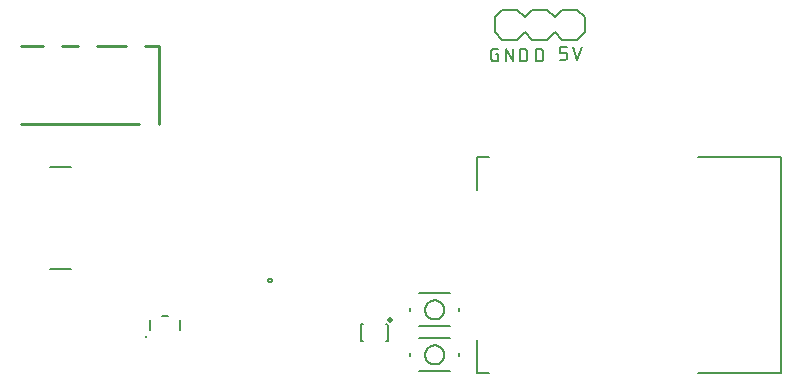
<source format=gto>
G75*
%MOIN*%
%OFA0B0*%
%FSLAX25Y25*%
%IPPOS*%
%LPD*%
%AMOC8*
5,1,8,0,0,1.08239X$1,22.5*
%
%ADD10C,0.00800*%
%ADD11C,0.02000*%
%ADD12C,0.00500*%
%ADD13C,0.01000*%
%ADD14C,0.00600*%
%ADD15C,0.01000*%
D10*
X0260000Y0058309D02*
X0260000Y0061691D01*
X0263943Y0062791D02*
X0266057Y0062791D01*
X0270000Y0061691D02*
X0270000Y0058309D01*
X0330600Y0060450D02*
X0330600Y0054550D01*
X0331150Y0054550D01*
X0338850Y0054550D02*
X0339400Y0054550D01*
X0339400Y0059950D01*
X0338850Y0060450D01*
X0331150Y0060450D02*
X0330600Y0060450D01*
X0346732Y0064488D02*
X0346732Y0065512D01*
X0349732Y0059488D02*
X0360268Y0059488D01*
X0360268Y0055512D02*
X0349732Y0055512D01*
X0346732Y0050512D02*
X0346732Y0049488D01*
X0349732Y0044488D02*
X0360268Y0044488D01*
X0368949Y0044067D02*
X0372992Y0044067D01*
X0368949Y0044067D02*
X0368949Y0055000D01*
X0363268Y0050512D02*
X0363268Y0049488D01*
X0363268Y0064488D02*
X0363268Y0065512D01*
X0360268Y0070512D02*
X0349732Y0070512D01*
X0368949Y0105000D02*
X0368949Y0115933D01*
X0372992Y0115933D01*
X0374833Y0147900D02*
X0376233Y0147900D01*
X0376233Y0150233D01*
X0375533Y0150233D01*
X0373900Y0151167D02*
X0373902Y0151228D01*
X0373908Y0151289D01*
X0373918Y0151349D01*
X0373932Y0151408D01*
X0373950Y0151467D01*
X0373971Y0151524D01*
X0373996Y0151580D01*
X0374025Y0151633D01*
X0374057Y0151685D01*
X0374093Y0151735D01*
X0374132Y0151782D01*
X0374173Y0151827D01*
X0374218Y0151868D01*
X0374265Y0151907D01*
X0374315Y0151943D01*
X0374366Y0151975D01*
X0374420Y0152004D01*
X0374476Y0152029D01*
X0374533Y0152050D01*
X0374592Y0152068D01*
X0374651Y0152082D01*
X0374711Y0152092D01*
X0374772Y0152098D01*
X0374833Y0152100D01*
X0376233Y0152100D01*
X0378700Y0152100D02*
X0381033Y0147900D01*
X0381033Y0152100D01*
X0378700Y0152100D02*
X0378700Y0147900D01*
X0374833Y0147900D02*
X0374774Y0147902D01*
X0374716Y0147907D01*
X0374658Y0147917D01*
X0374601Y0147929D01*
X0374545Y0147946D01*
X0374490Y0147966D01*
X0374436Y0147989D01*
X0374384Y0148015D01*
X0374333Y0148045D01*
X0374285Y0148078D01*
X0374238Y0148114D01*
X0374194Y0148153D01*
X0374153Y0148194D01*
X0374114Y0148238D01*
X0374078Y0148285D01*
X0374045Y0148333D01*
X0374015Y0148384D01*
X0373989Y0148436D01*
X0373966Y0148490D01*
X0373946Y0148545D01*
X0373929Y0148601D01*
X0373917Y0148658D01*
X0373907Y0148716D01*
X0373902Y0148774D01*
X0373900Y0148833D01*
X0373900Y0151167D01*
X0377500Y0155000D02*
X0382500Y0155000D01*
X0385000Y0157500D01*
X0387500Y0155000D01*
X0392500Y0155000D01*
X0395000Y0157500D01*
X0397500Y0155000D01*
X0402500Y0155000D01*
X0405000Y0157500D01*
X0405000Y0162500D01*
X0402500Y0165000D01*
X0397500Y0165000D01*
X0395000Y0162500D01*
X0392500Y0165000D01*
X0387500Y0165000D01*
X0385000Y0162500D01*
X0382500Y0165000D01*
X0377500Y0165000D01*
X0375000Y0162500D01*
X0375000Y0157500D01*
X0377500Y0155000D01*
X0383500Y0152100D02*
X0384667Y0152100D01*
X0384732Y0152098D01*
X0384798Y0152093D01*
X0384862Y0152084D01*
X0384927Y0152071D01*
X0384990Y0152054D01*
X0385052Y0152035D01*
X0385114Y0152011D01*
X0385173Y0151984D01*
X0385231Y0151954D01*
X0385288Y0151921D01*
X0385342Y0151885D01*
X0385395Y0151845D01*
X0385445Y0151803D01*
X0385492Y0151758D01*
X0385537Y0151711D01*
X0385579Y0151661D01*
X0385619Y0151608D01*
X0385655Y0151554D01*
X0385688Y0151497D01*
X0385718Y0151439D01*
X0385745Y0151380D01*
X0385769Y0151318D01*
X0385788Y0151256D01*
X0385805Y0151193D01*
X0385818Y0151128D01*
X0385827Y0151064D01*
X0385832Y0150998D01*
X0385834Y0150933D01*
X0385833Y0150933D02*
X0385833Y0149067D01*
X0385834Y0149067D02*
X0385832Y0149002D01*
X0385827Y0148936D01*
X0385818Y0148872D01*
X0385805Y0148807D01*
X0385788Y0148744D01*
X0385769Y0148682D01*
X0385745Y0148620D01*
X0385718Y0148561D01*
X0385688Y0148503D01*
X0385655Y0148446D01*
X0385619Y0148392D01*
X0385579Y0148339D01*
X0385537Y0148289D01*
X0385492Y0148242D01*
X0385445Y0148197D01*
X0385395Y0148155D01*
X0385342Y0148115D01*
X0385288Y0148079D01*
X0385231Y0148046D01*
X0385173Y0148016D01*
X0385114Y0147989D01*
X0385052Y0147965D01*
X0384990Y0147946D01*
X0384927Y0147929D01*
X0384862Y0147916D01*
X0384798Y0147907D01*
X0384732Y0147902D01*
X0384667Y0147900D01*
X0383500Y0147900D01*
X0383500Y0152100D01*
X0388900Y0152100D02*
X0390067Y0152100D01*
X0390132Y0152098D01*
X0390198Y0152093D01*
X0390262Y0152084D01*
X0390327Y0152071D01*
X0390390Y0152054D01*
X0390452Y0152035D01*
X0390514Y0152011D01*
X0390573Y0151984D01*
X0390631Y0151954D01*
X0390688Y0151921D01*
X0390742Y0151885D01*
X0390795Y0151845D01*
X0390845Y0151803D01*
X0390892Y0151758D01*
X0390937Y0151711D01*
X0390979Y0151661D01*
X0391019Y0151608D01*
X0391055Y0151554D01*
X0391088Y0151497D01*
X0391118Y0151439D01*
X0391145Y0151380D01*
X0391169Y0151318D01*
X0391188Y0151256D01*
X0391205Y0151193D01*
X0391218Y0151128D01*
X0391227Y0151064D01*
X0391232Y0150998D01*
X0391234Y0150933D01*
X0391233Y0150933D02*
X0391233Y0149067D01*
X0391234Y0149067D02*
X0391232Y0149002D01*
X0391227Y0148936D01*
X0391218Y0148872D01*
X0391205Y0148807D01*
X0391188Y0148744D01*
X0391169Y0148682D01*
X0391145Y0148620D01*
X0391118Y0148561D01*
X0391088Y0148503D01*
X0391055Y0148446D01*
X0391019Y0148392D01*
X0390979Y0148339D01*
X0390937Y0148289D01*
X0390892Y0148242D01*
X0390845Y0148197D01*
X0390795Y0148155D01*
X0390742Y0148115D01*
X0390688Y0148079D01*
X0390631Y0148046D01*
X0390573Y0148016D01*
X0390514Y0147989D01*
X0390452Y0147965D01*
X0390390Y0147946D01*
X0390327Y0147929D01*
X0390262Y0147916D01*
X0390198Y0147907D01*
X0390132Y0147902D01*
X0390067Y0147900D01*
X0388900Y0147900D01*
X0388900Y0152100D01*
X0396900Y0152600D02*
X0399233Y0152600D01*
X0401167Y0152600D02*
X0402567Y0148400D01*
X0403967Y0152600D01*
X0399233Y0149800D02*
X0399233Y0149333D01*
X0399231Y0149274D01*
X0399226Y0149216D01*
X0399216Y0149158D01*
X0399204Y0149101D01*
X0399187Y0149045D01*
X0399167Y0148990D01*
X0399144Y0148936D01*
X0399118Y0148884D01*
X0399088Y0148833D01*
X0399055Y0148785D01*
X0399019Y0148738D01*
X0398980Y0148694D01*
X0398939Y0148653D01*
X0398895Y0148614D01*
X0398848Y0148578D01*
X0398800Y0148545D01*
X0398749Y0148515D01*
X0398697Y0148489D01*
X0398643Y0148466D01*
X0398588Y0148446D01*
X0398532Y0148429D01*
X0398475Y0148417D01*
X0398417Y0148407D01*
X0398359Y0148402D01*
X0398300Y0148400D01*
X0396900Y0148400D01*
X0399233Y0149800D02*
X0399231Y0149859D01*
X0399226Y0149917D01*
X0399216Y0149975D01*
X0399204Y0150032D01*
X0399187Y0150088D01*
X0399167Y0150143D01*
X0399144Y0150197D01*
X0399118Y0150249D01*
X0399088Y0150300D01*
X0399055Y0150348D01*
X0399019Y0150395D01*
X0398980Y0150439D01*
X0398939Y0150480D01*
X0398895Y0150519D01*
X0398848Y0150555D01*
X0398800Y0150588D01*
X0398749Y0150618D01*
X0398697Y0150644D01*
X0398643Y0150667D01*
X0398588Y0150687D01*
X0398532Y0150704D01*
X0398475Y0150716D01*
X0398417Y0150726D01*
X0398359Y0150731D01*
X0398300Y0150733D01*
X0396900Y0150733D01*
X0396900Y0152600D01*
X0442720Y0115933D02*
X0470343Y0115933D01*
X0470343Y0044067D01*
X0442720Y0044067D01*
D11*
X0340250Y0061500D03*
D12*
X0351831Y0065000D02*
X0351833Y0065112D01*
X0351839Y0065225D01*
X0351849Y0065337D01*
X0351863Y0065448D01*
X0351881Y0065560D01*
X0351903Y0065670D01*
X0351928Y0065779D01*
X0351958Y0065888D01*
X0351991Y0065995D01*
X0352029Y0066101D01*
X0352070Y0066206D01*
X0352114Y0066309D01*
X0352162Y0066411D01*
X0352214Y0066511D01*
X0352270Y0066609D01*
X0352329Y0066705D01*
X0352391Y0066798D01*
X0352456Y0066890D01*
X0352525Y0066979D01*
X0352597Y0067066D01*
X0352672Y0067150D01*
X0352749Y0067231D01*
X0352830Y0067309D01*
X0352913Y0067385D01*
X0352999Y0067457D01*
X0353088Y0067527D01*
X0353178Y0067593D01*
X0353272Y0067656D01*
X0353367Y0067716D01*
X0353464Y0067772D01*
X0353564Y0067825D01*
X0353665Y0067874D01*
X0353768Y0067920D01*
X0353872Y0067962D01*
X0353978Y0068000D01*
X0354085Y0068034D01*
X0354193Y0068065D01*
X0354303Y0068091D01*
X0354413Y0068114D01*
X0354524Y0068133D01*
X0354635Y0068148D01*
X0354747Y0068159D01*
X0354859Y0068166D01*
X0354972Y0068169D01*
X0355084Y0068168D01*
X0355197Y0068163D01*
X0355309Y0068154D01*
X0355421Y0068141D01*
X0355532Y0068124D01*
X0355642Y0068103D01*
X0355752Y0068078D01*
X0355861Y0068050D01*
X0355969Y0068017D01*
X0356075Y0067981D01*
X0356180Y0067941D01*
X0356284Y0067897D01*
X0356386Y0067850D01*
X0356486Y0067799D01*
X0356584Y0067744D01*
X0356681Y0067686D01*
X0356775Y0067625D01*
X0356867Y0067560D01*
X0356957Y0067493D01*
X0357044Y0067422D01*
X0357129Y0067347D01*
X0357211Y0067270D01*
X0357290Y0067191D01*
X0357366Y0067108D01*
X0357440Y0067023D01*
X0357510Y0066935D01*
X0357577Y0066844D01*
X0357641Y0066752D01*
X0357701Y0066657D01*
X0357758Y0066560D01*
X0357812Y0066461D01*
X0357862Y0066360D01*
X0357909Y0066258D01*
X0357951Y0066154D01*
X0357991Y0066049D01*
X0358026Y0065942D01*
X0358057Y0065834D01*
X0358085Y0065725D01*
X0358109Y0065615D01*
X0358129Y0065504D01*
X0358145Y0065393D01*
X0358157Y0065281D01*
X0358165Y0065169D01*
X0358169Y0065056D01*
X0358169Y0064944D01*
X0358165Y0064831D01*
X0358157Y0064719D01*
X0358145Y0064607D01*
X0358129Y0064496D01*
X0358109Y0064385D01*
X0358085Y0064275D01*
X0358057Y0064166D01*
X0358026Y0064058D01*
X0357991Y0063951D01*
X0357951Y0063846D01*
X0357909Y0063742D01*
X0357862Y0063640D01*
X0357812Y0063539D01*
X0357758Y0063440D01*
X0357701Y0063343D01*
X0357641Y0063248D01*
X0357577Y0063156D01*
X0357510Y0063065D01*
X0357440Y0062977D01*
X0357366Y0062892D01*
X0357290Y0062809D01*
X0357211Y0062730D01*
X0357129Y0062653D01*
X0357044Y0062578D01*
X0356957Y0062507D01*
X0356867Y0062440D01*
X0356775Y0062375D01*
X0356681Y0062314D01*
X0356585Y0062256D01*
X0356486Y0062201D01*
X0356386Y0062150D01*
X0356284Y0062103D01*
X0356180Y0062059D01*
X0356075Y0062019D01*
X0355969Y0061983D01*
X0355861Y0061950D01*
X0355752Y0061922D01*
X0355642Y0061897D01*
X0355532Y0061876D01*
X0355421Y0061859D01*
X0355309Y0061846D01*
X0355197Y0061837D01*
X0355084Y0061832D01*
X0354972Y0061831D01*
X0354859Y0061834D01*
X0354747Y0061841D01*
X0354635Y0061852D01*
X0354524Y0061867D01*
X0354413Y0061886D01*
X0354303Y0061909D01*
X0354193Y0061935D01*
X0354085Y0061966D01*
X0353978Y0062000D01*
X0353872Y0062038D01*
X0353768Y0062080D01*
X0353665Y0062126D01*
X0353564Y0062175D01*
X0353464Y0062228D01*
X0353367Y0062284D01*
X0353272Y0062344D01*
X0353178Y0062407D01*
X0353088Y0062473D01*
X0352999Y0062543D01*
X0352913Y0062615D01*
X0352830Y0062691D01*
X0352749Y0062769D01*
X0352672Y0062850D01*
X0352597Y0062934D01*
X0352525Y0063021D01*
X0352456Y0063110D01*
X0352391Y0063202D01*
X0352329Y0063295D01*
X0352270Y0063391D01*
X0352214Y0063489D01*
X0352162Y0063589D01*
X0352114Y0063691D01*
X0352070Y0063794D01*
X0352029Y0063899D01*
X0351991Y0064005D01*
X0351958Y0064112D01*
X0351928Y0064221D01*
X0351903Y0064330D01*
X0351881Y0064440D01*
X0351863Y0064552D01*
X0351849Y0064663D01*
X0351839Y0064775D01*
X0351833Y0064888D01*
X0351831Y0065000D01*
X0351831Y0050000D02*
X0351833Y0050112D01*
X0351839Y0050225D01*
X0351849Y0050337D01*
X0351863Y0050448D01*
X0351881Y0050560D01*
X0351903Y0050670D01*
X0351928Y0050779D01*
X0351958Y0050888D01*
X0351991Y0050995D01*
X0352029Y0051101D01*
X0352070Y0051206D01*
X0352114Y0051309D01*
X0352162Y0051411D01*
X0352214Y0051511D01*
X0352270Y0051609D01*
X0352329Y0051705D01*
X0352391Y0051798D01*
X0352456Y0051890D01*
X0352525Y0051979D01*
X0352597Y0052066D01*
X0352672Y0052150D01*
X0352749Y0052231D01*
X0352830Y0052309D01*
X0352913Y0052385D01*
X0352999Y0052457D01*
X0353088Y0052527D01*
X0353178Y0052593D01*
X0353272Y0052656D01*
X0353367Y0052716D01*
X0353464Y0052772D01*
X0353564Y0052825D01*
X0353665Y0052874D01*
X0353768Y0052920D01*
X0353872Y0052962D01*
X0353978Y0053000D01*
X0354085Y0053034D01*
X0354193Y0053065D01*
X0354303Y0053091D01*
X0354413Y0053114D01*
X0354524Y0053133D01*
X0354635Y0053148D01*
X0354747Y0053159D01*
X0354859Y0053166D01*
X0354972Y0053169D01*
X0355084Y0053168D01*
X0355197Y0053163D01*
X0355309Y0053154D01*
X0355421Y0053141D01*
X0355532Y0053124D01*
X0355642Y0053103D01*
X0355752Y0053078D01*
X0355861Y0053050D01*
X0355969Y0053017D01*
X0356075Y0052981D01*
X0356180Y0052941D01*
X0356284Y0052897D01*
X0356386Y0052850D01*
X0356486Y0052799D01*
X0356584Y0052744D01*
X0356681Y0052686D01*
X0356775Y0052625D01*
X0356867Y0052560D01*
X0356957Y0052493D01*
X0357044Y0052422D01*
X0357129Y0052347D01*
X0357211Y0052270D01*
X0357290Y0052191D01*
X0357366Y0052108D01*
X0357440Y0052023D01*
X0357510Y0051935D01*
X0357577Y0051844D01*
X0357641Y0051752D01*
X0357701Y0051657D01*
X0357758Y0051560D01*
X0357812Y0051461D01*
X0357862Y0051360D01*
X0357909Y0051258D01*
X0357951Y0051154D01*
X0357991Y0051049D01*
X0358026Y0050942D01*
X0358057Y0050834D01*
X0358085Y0050725D01*
X0358109Y0050615D01*
X0358129Y0050504D01*
X0358145Y0050393D01*
X0358157Y0050281D01*
X0358165Y0050169D01*
X0358169Y0050056D01*
X0358169Y0049944D01*
X0358165Y0049831D01*
X0358157Y0049719D01*
X0358145Y0049607D01*
X0358129Y0049496D01*
X0358109Y0049385D01*
X0358085Y0049275D01*
X0358057Y0049166D01*
X0358026Y0049058D01*
X0357991Y0048951D01*
X0357951Y0048846D01*
X0357909Y0048742D01*
X0357862Y0048640D01*
X0357812Y0048539D01*
X0357758Y0048440D01*
X0357701Y0048343D01*
X0357641Y0048248D01*
X0357577Y0048156D01*
X0357510Y0048065D01*
X0357440Y0047977D01*
X0357366Y0047892D01*
X0357290Y0047809D01*
X0357211Y0047730D01*
X0357129Y0047653D01*
X0357044Y0047578D01*
X0356957Y0047507D01*
X0356867Y0047440D01*
X0356775Y0047375D01*
X0356681Y0047314D01*
X0356585Y0047256D01*
X0356486Y0047201D01*
X0356386Y0047150D01*
X0356284Y0047103D01*
X0356180Y0047059D01*
X0356075Y0047019D01*
X0355969Y0046983D01*
X0355861Y0046950D01*
X0355752Y0046922D01*
X0355642Y0046897D01*
X0355532Y0046876D01*
X0355421Y0046859D01*
X0355309Y0046846D01*
X0355197Y0046837D01*
X0355084Y0046832D01*
X0354972Y0046831D01*
X0354859Y0046834D01*
X0354747Y0046841D01*
X0354635Y0046852D01*
X0354524Y0046867D01*
X0354413Y0046886D01*
X0354303Y0046909D01*
X0354193Y0046935D01*
X0354085Y0046966D01*
X0353978Y0047000D01*
X0353872Y0047038D01*
X0353768Y0047080D01*
X0353665Y0047126D01*
X0353564Y0047175D01*
X0353464Y0047228D01*
X0353367Y0047284D01*
X0353272Y0047344D01*
X0353178Y0047407D01*
X0353088Y0047473D01*
X0352999Y0047543D01*
X0352913Y0047615D01*
X0352830Y0047691D01*
X0352749Y0047769D01*
X0352672Y0047850D01*
X0352597Y0047934D01*
X0352525Y0048021D01*
X0352456Y0048110D01*
X0352391Y0048202D01*
X0352329Y0048295D01*
X0352270Y0048391D01*
X0352214Y0048489D01*
X0352162Y0048589D01*
X0352114Y0048691D01*
X0352070Y0048794D01*
X0352029Y0048899D01*
X0351991Y0049005D01*
X0351958Y0049112D01*
X0351928Y0049221D01*
X0351903Y0049330D01*
X0351881Y0049440D01*
X0351863Y0049552D01*
X0351849Y0049663D01*
X0351839Y0049775D01*
X0351833Y0049888D01*
X0351831Y0050000D01*
X0299467Y0074843D02*
X0299469Y0074892D01*
X0299475Y0074941D01*
X0299485Y0074989D01*
X0299498Y0075037D01*
X0299516Y0075083D01*
X0299537Y0075127D01*
X0299562Y0075170D01*
X0299590Y0075211D01*
X0299621Y0075249D01*
X0299655Y0075284D01*
X0299692Y0075317D01*
X0299731Y0075347D01*
X0299773Y0075373D01*
X0299817Y0075396D01*
X0299862Y0075415D01*
X0299909Y0075431D01*
X0299957Y0075443D01*
X0300005Y0075451D01*
X0300054Y0075455D01*
X0300104Y0075455D01*
X0300153Y0075451D01*
X0300201Y0075443D01*
X0300249Y0075431D01*
X0300296Y0075415D01*
X0300341Y0075396D01*
X0300385Y0075373D01*
X0300427Y0075347D01*
X0300466Y0075317D01*
X0300503Y0075284D01*
X0300537Y0075249D01*
X0300568Y0075211D01*
X0300596Y0075170D01*
X0300621Y0075127D01*
X0300642Y0075083D01*
X0300660Y0075037D01*
X0300673Y0074989D01*
X0300683Y0074941D01*
X0300689Y0074892D01*
X0300691Y0074843D01*
X0300689Y0074794D01*
X0300683Y0074745D01*
X0300673Y0074697D01*
X0300660Y0074649D01*
X0300642Y0074603D01*
X0300621Y0074559D01*
X0300596Y0074516D01*
X0300568Y0074475D01*
X0300537Y0074437D01*
X0300503Y0074402D01*
X0300466Y0074369D01*
X0300427Y0074339D01*
X0300385Y0074313D01*
X0300341Y0074290D01*
X0300296Y0074271D01*
X0300249Y0074255D01*
X0300201Y0074243D01*
X0300153Y0074235D01*
X0300104Y0074231D01*
X0300054Y0074231D01*
X0300005Y0074235D01*
X0299957Y0074243D01*
X0299909Y0074255D01*
X0299862Y0074271D01*
X0299817Y0074290D01*
X0299773Y0074313D01*
X0299731Y0074339D01*
X0299692Y0074369D01*
X0299655Y0074402D01*
X0299621Y0074437D01*
X0299590Y0074475D01*
X0299562Y0074516D01*
X0299537Y0074559D01*
X0299516Y0074603D01*
X0299498Y0074649D01*
X0299485Y0074697D01*
X0299475Y0074745D01*
X0299469Y0074794D01*
X0299467Y0074843D01*
D13*
X0258700Y0056000D03*
D14*
X0233839Y0078492D02*
X0226752Y0078492D01*
X0226752Y0112508D02*
X0233839Y0112508D01*
D15*
X0216969Y0127008D02*
X0256339Y0127008D01*
X0263031Y0127008D02*
X0263031Y0152992D01*
X0258307Y0152992D01*
X0252008Y0152992D02*
X0242559Y0152992D01*
X0236260Y0152992D02*
X0230748Y0152992D01*
X0224449Y0152992D02*
X0216969Y0152992D01*
M02*

</source>
